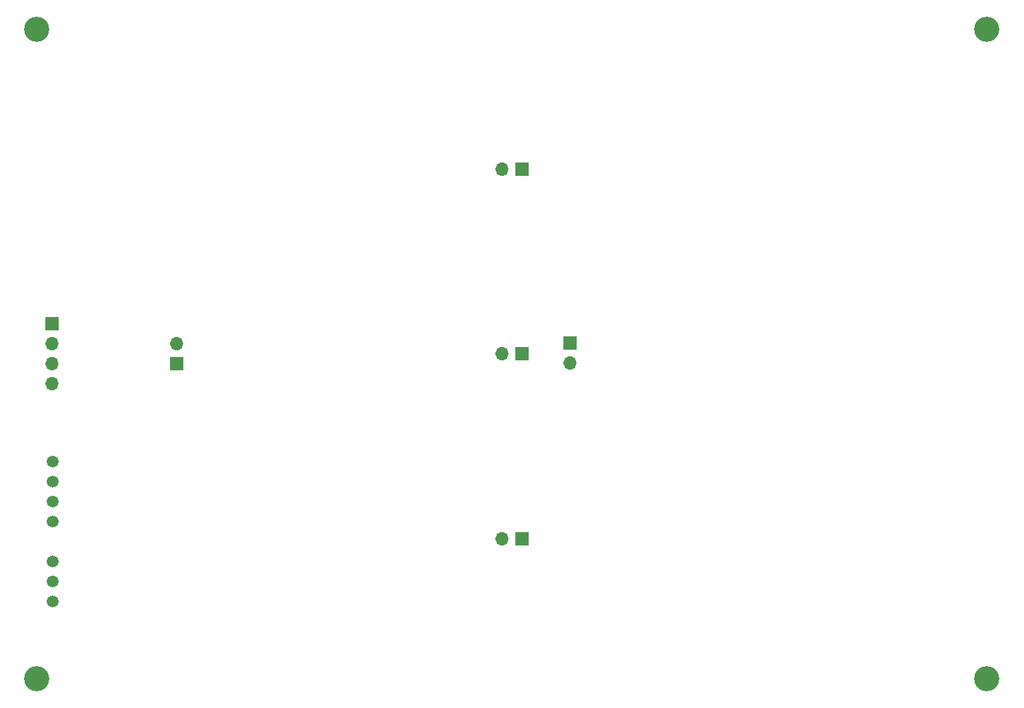
<source format=gbr>
%TF.GenerationSoftware,KiCad,Pcbnew,(5.1.7)-1*%
%TF.CreationDate,2021-04-26T16:00:27-05:00*%
%TF.ProjectId,PID Demo Board,50494420-4465-46d6-9f20-426f6172642e,1.0*%
%TF.SameCoordinates,Original*%
%TF.FileFunction,Soldermask,Bot*%
%TF.FilePolarity,Negative*%
%FSLAX46Y46*%
G04 Gerber Fmt 4.6, Leading zero omitted, Abs format (unit mm)*
G04 Created by KiCad (PCBNEW (5.1.7)-1) date 2021-04-26 16:00:27*
%MOMM*%
%LPD*%
G01*
G04 APERTURE LIST*
%ADD10C,3.200000*%
%ADD11R,1.700000X1.700000*%
%ADD12O,1.700000X1.700000*%
%ADD13C,1.509000*%
G04 APERTURE END LIST*
D10*
%TO.C,H1*%
X200025000Y-161925000D03*
%TD*%
%TO.C,H2*%
X79375000Y-161925000D03*
%TD*%
%TO.C,H3*%
X79375000Y-79375000D03*
%TD*%
%TO.C,H4*%
X200025000Y-79375000D03*
%TD*%
D11*
%TO.C,J1*%
X81280000Y-116840000D03*
D12*
X81280000Y-119380000D03*
X81280000Y-121920000D03*
X81280000Y-124460000D03*
%TD*%
%TO.C,J2*%
X97155000Y-119380000D03*
D11*
X97155000Y-121920000D03*
%TD*%
%TO.C,J3*%
X140970000Y-144145000D03*
D12*
X138430000Y-144145000D03*
%TD*%
%TO.C,J4*%
X138430000Y-120650000D03*
D11*
X140970000Y-120650000D03*
%TD*%
%TO.C,J5*%
X140970000Y-97155000D03*
D12*
X138430000Y-97155000D03*
%TD*%
D11*
%TO.C,J6*%
X147066000Y-119253000D03*
D12*
X147066000Y-121793000D03*
%TD*%
D13*
%TO.C,U4*%
X81330000Y-134340000D03*
X81330000Y-136880000D03*
X81330000Y-139420000D03*
X81330000Y-141960000D03*
X81330000Y-147040000D03*
X81330000Y-149580000D03*
X81330000Y-152120000D03*
%TD*%
M02*

</source>
